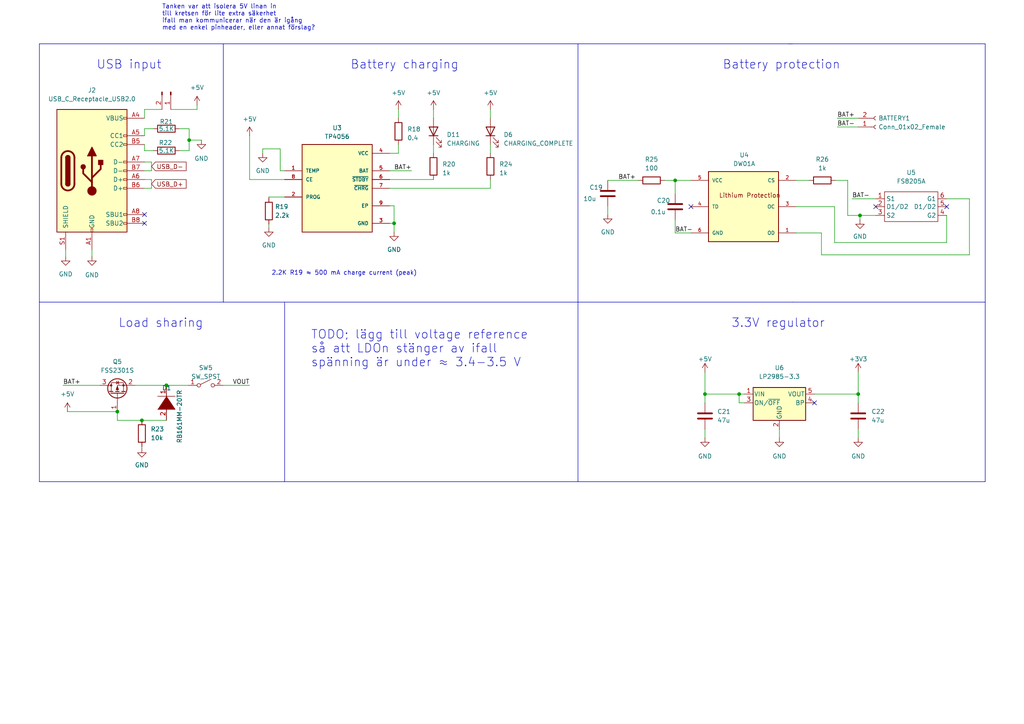
<source format=kicad_sch>
(kicad_sch (version 20230121) (generator eeschema)
  (paper "A4")
  (lib_symbols
    (symbol "Conn_01x02_Female_1" (pin_names (offset 1.016) hide)
      (property "Reference" "BAT1" (at 1.27 0.0001 0))
      (property "Value" "Conn_01x02_Female_1" (at 1.27 -2.5399 0))
      (symbol "Conn_01x02_Female_1_1_1"
        (arc (start 0 -2.032) (mid -0.5058 -2.54) (end 0 -3.048) (stroke (width 0.1524)))
        (polyline (pts (xy -1.27 -2.54) (xy -0.508 -2.54)) (stroke (width 0.1524)))
        (polyline (pts (xy -1.27 0) (xy -0.508 0)) (stroke (width 0.1524)))
        (arc (start 0 0.508) (mid -0.5058 0) (end 0 -0.508) (stroke (width 0.1524)))
        (pin passive line (at -5.08 -2.54 0) (length 3.81) (name "Pin_2") (number "1"))
        (pin passive line (at -5.08 0 0) (length 3.81) (name "Pin_1") (number "2"))
      )
    )
    (symbol "Connector:Conn_01x02_Pin" (pin_names (offset 1.016) hide)
      (property "Reference" "J" (at 0 2.54 0))
      (property "Value" "Conn_01x02_Pin" (at 0 -5.08 0))
      (symbol "Conn_01x02_Pin_1_1"
        (polyline (pts (xy 1.27 -2.54) (xy 0.8636 -2.54)) (stroke (width 0.1524)))
        (polyline (pts (xy 1.27 0) (xy 0.8636 0)) (stroke (width 0.1524)))
        (rectangle (start 0.8636 -2.413) (end 0 -2.667) (stroke (width 0.1524)) (fill (type outline)))
        (rectangle (start 0.8636 0.127) (end 0 -0.127) (stroke (width 0.1524)) (fill (type outline)))
        (pin passive line (at 5.08 0 180) (length 3.81) (name "Pin_1") (number "1"))
        (pin passive line (at 5.08 -2.54 180) (length 3.81) (name "Pin_2") (number "2"))
      )
    )
    (symbol "Connector:USB_C_Receptacle_USB2.0" (pin_names (offset 1.016))
      (property "Reference" "J" (at -10.16 19.05 0))
      (property "Value" "USB_C_Receptacle_USB2.0" (at 19.05 19.05 0))
      (symbol "USB_C_Receptacle_USB2.0_0_0"
        (rectangle (start -0.254 -17.78) (end 0.254 -16.764))
        (rectangle (start 10.16 -14.986) (end 9.144 -15.494))
        (rectangle (start 10.16 -12.446) (end 9.144 -12.954))
        (rectangle (start 10.16 -4.826) (end 9.144 -5.334))
        (rectangle (start 10.16 -2.286) (end 9.144 -2.794))
        (rectangle (start 10.16 0.254) (end 9.144 -0.254))
        (rectangle (start 10.16 2.794) (end 9.144 2.286))
        (rectangle (start 10.16 7.874) (end 9.144 7.366))
        (rectangle (start 10.16 10.414) (end 9.144 9.906))
        (rectangle (start 10.16 15.494) (end 9.144 14.986))
      )
      (symbol "USB_C_Receptacle_USB2.0_0_1"
        (rectangle (start -10.16 17.78) (end 10.16 -17.78) (stroke (width 0.254)) (fill (type background)))
        (arc (start -8.89 -3.81) (mid -6.985 -5.7067) (end -5.08 -3.81) (stroke (width 0.508)))
        (arc (start -7.62 -3.81) (mid -6.985 -4.4423) (end -6.35 -3.81) (stroke (width 0.254)))
        (arc (start -7.62 -3.81) (mid -6.985 -4.4423) (end -6.35 -3.81) (stroke (width 0.254)) (fill (type outline)))
        (rectangle (start -7.62 -3.81) (end -6.35 3.81) (stroke (width 0.254)) (fill (type outline)))
        (arc (start -6.35 3.81) (mid -6.985 4.4423) (end -7.62 3.81) (stroke (width 0.254)))
        (arc (start -6.35 3.81) (mid -6.985 4.4423) (end -7.62 3.81) (stroke (width 0.254)) (fill (type outline)))
        (arc (start -5.08 3.81) (mid -6.985 5.7067) (end -8.89 3.81) (stroke (width 0.508)))
        (circle (center -2.54 1.143) (radius 0.635) (stroke (width 0.254)) (fill (type outline)))
        (circle (center 0 -5.842) (radius 1.27) (fill (type outline)))
        (polyline (pts (xy -8.89 -3.81) (xy -8.89 3.81)) (stroke (width 0.508)))
        (polyline (pts (xy -5.08 3.81) (xy -5.08 -3.81)) (stroke (width 0.508)))
        (polyline (pts (xy 0 -5.842) (xy 0 4.318)) (stroke (width 0.508)))
        (polyline (pts (xy 0 -3.302) (xy -2.54 -0.762) (xy -2.54 0.508)) (stroke (width 0.508)))
        (polyline (pts (xy 0 -2.032) (xy 2.54 0.508) (xy 2.54 1.778)) (stroke (width 0.508)))
        (polyline (pts (xy -1.27 4.318) (xy 0 6.858) (xy 1.27 4.318) (xy -1.27 4.318)) (stroke (width 0.254)) (fill (type outline)))
        (rectangle (start 1.905 1.778) (end 3.175 3.048) (stroke (width 0.254)) (fill (type outline)))
      )
      (symbol "USB_C_Receptacle_USB2.0_1_1"
        (pin passive line (at 0 -22.86 90) (length 5.08) (name "GND") (number "A1"))
        (pin passive line (at 0 -22.86 90) (length 5.08) hide (name "GND") (number "A12"))
        (pin passive line (at 15.24 15.24 180) (length 5.08) (name "VBUS") (number "A4"))
        (pin bidirectional line (at 15.24 10.16 180) (length 5.08) (name "CC1") (number "A5"))
        (pin bidirectional line (at 15.24 -2.54 180) (length 5.08) (name "D+") (number "A6"))
        (pin bidirectional line (at 15.24 2.54 180) (length 5.08) (name "D-") (number "A7"))
        (pin bidirectional line (at 15.24 -12.7 180) (length 5.08) (name "SBU1") (number "A8"))
        (pin passive line (at 15.24 15.24 180) (length 5.08) hide (name "VBUS") (number "A9"))
        (pin passive line (at 0 -22.86 90) (length 5.08) hide (name "GND") (number "B1"))
        (pin passive line (at 0 -22.86 90) (length 5.08) hide (name "GND") (number "B12"))
        (pin passive line (at 15.24 15.24 180) (length 5.08) hide (name "VBUS") (number "B4"))
        (pin bidirectional line (at 15.24 7.62 180) (length 5.08) (name "CC2") (number "B5"))
        (pin bidirectional line (at 15.24 -5.08 180) (length 5.08) (name "D+") (number "B6"))
        (pin bidirectional line (at 15.24 0 180) (length 5.08) (name "D-") (number "B7"))
        (pin bidirectional line (at 15.24 -15.24 180) (length 5.08) (name "SBU2") (number "B8"))
        (pin passive line (at 15.24 15.24 180) (length 5.08) hide (name "VBUS") (number "B9"))
        (pin passive line (at -7.62 -22.86 90) (length 5.08) (name "SHIELD") (number "S1"))
      )
    )
    (symbol "DW01:DW01A" (pin_names (offset 1.016))
      (property "Reference" "IC" (at -5.08 11.43 0))
      (property "Value" "DW01A" (at -5.08 -12.7 0))
      (symbol "DW01A_0_0"
        (rectangle (start -10.16 -10.16) (end 10.16 10.16) (stroke (width 0.254)) (fill (type background)))
        (text "Lithium Protection" (at -7.112 2.54 0) (effects (font (size 1.27 1.27)) (justify left bottom)))
        (pin bidirectional line (at 15.24 -7.62 180) (length 5.08) (name "OD") (number "1"))
        (pin bidirectional line (at 15.24 7.62 180) (length 5.08) (name "CS") (number "2"))
        (pin bidirectional line (at 15.24 0 180) (length 5.08) (name "OC") (number "3"))
        (pin bidirectional line (at -15.24 0 0) (length 5.08) (name "TD") (number "4"))
        (pin power_in line (at -15.24 7.62 0) (length 5.08) (name "VCC") (number "5"))
        (pin power_in line (at -15.24 -7.62 0) (length 5.08) (name "GND") (number "6"))
      )
    )
    (symbol "Device:C" (pin_numbers hide) (pin_names (offset 0.254))
      (property "Reference" "C" (at 0.635 2.54 0))
      (property "Value" "C" (at 0.635 -2.54 0))
      (symbol "C_0_1"
        (polyline (pts (xy -2.032 -0.762) (xy 2.032 -0.762)) (stroke (width 0.508)))
        (polyline (pts (xy -2.032 0.762) (xy 2.032 0.762)) (stroke (width 0.508)))
      )
      (symbol "C_1_1"
        (pin passive line (at 0 3.81 270) (length 2.794) (name "~") (number "1"))
        (pin passive line (at 0 -3.81 90) (length 2.794) (name "~") (number "2"))
      )
    )
    (symbol "Device:LED" (pin_numbers hide) (pin_names (offset 1.016) hide)
      (property "Reference" "D" (at 0 2.54 0))
      (property "Value" "LED" (at 0 -2.54 0))
      (symbol "LED_0_1"
        (polyline (pts (xy -1.27 -1.27) (xy -1.27 1.27)) (stroke (width 0.254)))
        (polyline (pts (xy -1.27 0) (xy 1.27 0)))
        (polyline (pts (xy 1.27 -1.27) (xy 1.27 1.27) (xy -1.27 0) (xy 1.27 -1.27)) (stroke (width 0.254)))
        (polyline (pts (xy -3.048 -0.762) (xy -4.572 -2.286) (xy -3.81 -2.286) (xy -4.572 -2.286) (xy -4.572 -1.524)))
        (polyline (pts (xy -1.778 -0.762) (xy -3.302 -2.286) (xy -2.54 -2.286) (xy -3.302 -2.286) (xy -3.302 -1.524)))
      )
      (symbol "LED_1_1"
        (pin passive line (at -3.81 0 0) (length 2.54) (name "K") (number "1"))
        (pin passive line (at 3.81 0 180) (length 2.54) (name "A") (number "2"))
      )
    )
    (symbol "Device:R" (pin_numbers hide) (pin_names (offset 0))
      (property "Reference" "R" (at 2.032 0 90))
      (property "Value" "R" (at 0 0 90))
      (symbol "R_0_1"
        (rectangle (start -1.016 -2.54) (end 1.016 2.54) (stroke (width 0.254)))
      )
      (symbol "R_1_1"
        (pin passive line (at 0 3.81 270) (length 1.27) (name "~") (number "1"))
        (pin passive line (at 0 -3.81 90) (length 1.27) (name "~") (number "2"))
      )
    )
    (symbol "LCSC:FS8205A"
      (property "Reference" "U" (at 7.366 11.938 0))
      (property "Value" "FS8205A" (at 7.874 0.254 0))
      (symbol "FS8205A_0_1"
        (rectangle (start 0 10.414) (end 15.494 1.778))
      )
      (symbol "FS8205A_1_1"
        (pin input line (at -2.54 8.382 0) (length 2.54) (name "S1") (number "1"))
        (pin input line (at -2.54 6.096 0) (length 2.54) (name "D1/D2") (number "2"))
        (pin input line (at -2.54 3.556 0) (length 2.54) (name "S2") (number "3"))
        (pin input line (at 18.034 3.556 180) (length 2.54) (name "G2") (number "4"))
        (pin input line (at 18.034 6.096 180) (length 2.54) (name "D1/D2") (number "5"))
        (pin input line (at 18.034 8.382 180) (length 2.54) (name "G1") (number "6"))
      )
    )
    (symbol "Regulator_Linear:LP2985-3.3" (pin_names (offset 0.254))
      (property "Reference" "U" (at -6.35 5.715 0))
      (property "Value" "LP2985-3.3" (at 0 5.715 0))
      (symbol "LP2985-3.3_0_1"
        (rectangle (start -7.62 -5.08) (end 7.62 4.445) (stroke (width 0.254)) (fill (type background)))
      )
      (symbol "LP2985-3.3_1_1"
        (pin power_in line (at -10.16 2.54 0) (length 2.54) (name "VIN") (number "1"))
        (pin power_in line (at 0 -7.62 90) (length 2.54) (name "GND") (number "2"))
        (pin input line (at -10.16 0 0) (length 2.54) (name "ON/~{OFF}") (number "3"))
        (pin input line (at 10.16 0 180) (length 2.54) (name "BP") (number "4"))
        (pin power_out line (at 10.16 2.54 180) (length 2.54) (name "VOUT") (number "5"))
      )
    )
    (symbol "Switch:SW_SPST" (pin_names (offset 0) hide)
      (property "Reference" "SW" (at 0 3.175 0))
      (property "Value" "SW_SPST" (at 0 -2.54 0))
      (symbol "SW_SPST_0_0"
        (circle (center -2.032 0) (radius 0.508))
        (polyline (pts (xy -1.524 0.254) (xy 1.524 1.778)))
        (circle (center 2.032 0) (radius 0.508))
      )
      (symbol "SW_SPST_1_1"
        (pin passive line (at -5.08 0 0) (length 2.54) (name "A") (number "1"))
        (pin passive line (at 5.08 0 180) (length 2.54) (name "B") (number "2"))
      )
    )
    (symbol "TP4056:TP4056" (pin_names (offset 1.016))
      (property "Reference" "U" (at -10.16 13.208 0))
      (property "Value" "TP4056" (at -10.16 -15.24 0))
      (symbol "TP4056_0_0"
        (rectangle (start -10.16 -12.7) (end 10.16 12.7) (stroke (width 0.254)) (fill (type background)))
        (pin input line (at -15.24 5.08 0) (length 5.08) (name "TEMP") (number "1"))
        (pin bidirectional line (at -15.24 -2.54 0) (length 5.08) (name "PROG") (number "2"))
        (pin power_in line (at 15.24 -10.16 180) (length 5.08) (name "GND") (number "3"))
        (pin power_in line (at 15.24 10.16 180) (length 5.08) (name "VCC") (number "4"))
        (pin output line (at 15.24 5.08 180) (length 5.08) (name "BAT") (number "5"))
        (pin output line (at 15.24 2.54 180) (length 5.08) (name "~{STDBY}") (number "6"))
        (pin output line (at 15.24 0 180) (length 5.08) (name "~{CHRG}") (number "7"))
        (pin input line (at -15.24 2.54 0) (length 5.08) (name "CE") (number "8"))
        (pin passive line (at 15.24 -5.08 180) (length 5.08) (name "EP") (number "9"))
      )
    )
    (symbol "Transistor_FET:TP0610T" (pin_names hide)
      (property "Reference" "Q" (at 5.08 1.905 0))
      (property "Value" "TP0610T" (at 5.08 0 0))
      (symbol "TP0610T_0_1"
        (polyline (pts (xy 0.254 0) (xy -2.54 0)))
        (polyline (pts (xy 0.254 1.905) (xy 0.254 -1.905)) (stroke (width 0.254)))
        (polyline (pts (xy 0.762 -1.27) (xy 0.762 -2.286)) (stroke (width 0.254)))
        (polyline (pts (xy 0.762 0.508) (xy 0.762 -0.508)) (stroke (width 0.254)))
        (polyline (pts (xy 0.762 2.286) (xy 0.762 1.27)) (stroke (width 0.254)))
        (polyline (pts (xy 2.54 2.54) (xy 2.54 1.778)))
        (polyline (pts (xy 2.54 -2.54) (xy 2.54 0) (xy 0.762 0)))
        (polyline (pts (xy 0.762 1.778) (xy 3.302 1.778) (xy 3.302 -1.778) (xy 0.762 -1.778)))
        (polyline (pts (xy 2.286 0) (xy 1.27 0.381) (xy 1.27 -0.381) (xy 2.286 0)) (fill (type outline)))
        (polyline (pts (xy 2.794 -0.508) (xy 2.921 -0.381) (xy 3.683 -0.381) (xy 3.81 -0.254)))
        (polyline (pts (xy 3.302 -0.381) (xy 2.921 0.254) (xy 3.683 0.254) (xy 3.302 -0.381)))
        (circle (center 1.651 0) (radius 2.794) (stroke (width 0.254)))
        (circle (center 2.54 -1.778) (radius 0.254) (fill (type outline)))
        (circle (center 2.54 1.778) (radius 0.254) (fill (type outline)))
      )
      (symbol "TP0610T_1_1"
        (pin input line (at -5.08 0 0) (length 2.54) (name "G") (number "1"))
        (pin passive line (at 2.54 -5.08 90) (length 2.54) (name "S") (number "2"))
        (pin passive line (at 2.54 5.08 270) (length 2.54) (name "D") (number "3"))
      )
    )
    (symbol "power:+3V3" (power) (pin_names (offset 0))
      (property "Value" "+3V3" (at 0 3.556 0))
      (symbol "+3V3_0_1"
        (polyline (pts (xy -0.762 1.27) (xy 0 2.54)))
        (polyline (pts (xy 0 0) (xy 0 2.54)))
        (polyline (pts (xy 0 2.54) (xy 0.762 1.27)))
      )
      (symbol "+3V3_1_1"
        (pin power_in line (at 0 0 90) (length 0) hide (name "+3V3") (number "1"))
      )
    )
    (symbol "power:+5V" (power) (pin_names (offset 0))
      (property "Value" "+5V" (at 0 3.556 0))
      (symbol "+5V_0_1"
        (polyline (pts (xy -0.762 1.27) (xy 0 2.54)))
        (polyline (pts (xy 0 0) (xy 0 2.54)))
        (polyline (pts (xy 0 2.54) (xy 0.762 1.27)))
      )
      (symbol "+5V_1_1"
        (pin power_in line (at 0 0 90) (length 0) hide (name "+5V") (number "1"))
      )
    )
    (symbol "power:GND" (power) (pin_names (offset 0))
      (property "Value" "GND" (at 0 -3.81 0))
      (symbol "GND_0_1"
        (polyline (pts (xy 0 0) (xy 0 -1.27) (xy 1.27 -1.27) (xy 0 -2.54) (xy -1.27 -1.27) (xy 0 -1.27)))
      )
      (symbol "GND_1_1"
        (pin power_in line (at 0 0 270) (length 0) hide (name "GND") (number "1"))
      )
    )
    (symbol "pspice:DIODE" (pin_names (offset 1.016) hide)
      (property "Reference" "D2" (at 4.318 1.2701 90))
      (property "Value" " RB161MM-20TR" (at 6.858 -5.334 0))
      (symbol "DIODE_0_1"
        (polyline (pts (xy 1.905 2.54) (xy 1.905 -2.54)))
        (polyline (pts (xy -1.905 2.54) (xy -1.905 -2.54) (xy 1.905 0)) (fill (type outline)))
      )
      (symbol "DIODE_1_1"
        (pin input line (at 5.08 0 180) (length 3.81) (name "A") (number "1"))
        (pin input line (at -5.08 0 0) (length 3.81) (name "K") (number "2"))
      )
    )
  )
  (junction (at 114.3 64.77))
  (junction (at 249.428 62.484))
  (junction (at 248.92 114.3))
  (junction (at 34.036 119.38))
  (junction (at 48.26 111.76))
  (junction (at 41.148 121.92))
  (junction (at 195.834 52.324))
  (junction (at 54.864 40.64))
  (junction (at 204.47 114.3))
  (junction (at 214.376 114.3))
  (no_connect (at 41.91 64.77))
  (no_connect (at 236.22 116.84))
  (no_connect (at 254 59.944))
  (no_connect (at 200.406 59.944))
  (no_connect (at 41.91 62.23))
  (no_connect (at 274.574 59.944))
  (polyline (pts (xy 285.75 87.63) (xy 285.75 139.7)))
  (wire (pts (xy 72.39 52.07) (xy 82.55 52.07)))
  (wire (pts (xy 41.91 41.91) (xy 41.91 43.688)))
  (polyline (pts (xy 82.55 139.7) (xy 167.64 139.7)))
  (wire (pts (xy 82.55 57.15) (xy 77.978 57.15)))
  (wire (pts (xy 41.148 121.92) (xy 34.036 121.92)))
  (wire (pts (xy 76.2 44.45) (xy 76.2 43.18)))
  (wire (pts (xy 41.91 31.75) (xy 41.91 34.29)))
  (wire (pts (xy 248.92 107.95) (xy 248.92 114.3)))
  (wire (pts (xy 81.28 49.53) (xy 82.55 49.53)))
  (wire (pts (xy 41.91 37.338) (xy 44.45 37.338)))
  (wire (pts (xy 247.142 57.658) (xy 254 57.658)))
  (wire (pts (xy 195.834 52.324) (xy 195.834 56.134)))
  (wire (pts (xy 57.15 30.48) (xy 57.15 31.75)))
  (wire (pts (xy 248.92 114.3) (xy 248.92 116.84)))
  (wire (pts (xy 242.062 59.944) (xy 242.062 70.358)))
  (wire (pts (xy 204.47 116.84) (xy 204.47 114.3)))
  (wire (pts (xy 274.574 70.358) (xy 274.574 62.484)))
  (wire (pts (xy 41.91 52.07) (xy 43.942 52.07)))
  (wire (pts (xy 113.03 49.53) (xy 119.38 49.53)))
  (wire (pts (xy 34.036 121.92) (xy 34.036 119.38)))
  (wire (pts (xy 242.824 34.29) (xy 248.92 34.29)))
  (wire (pts (xy 230.886 67.564) (xy 238.252 67.564)))
  (wire (pts (xy 248.92 124.46) (xy 248.92 127)))
  (wire (pts (xy 43.942 46.99) (xy 43.942 49.53)))
  (wire (pts (xy 72.39 39.37) (xy 72.39 52.07)))
  (wire (pts (xy 41.148 129.54) (xy 41.148 130.048)))
  (wire (pts (xy 214.376 116.84) (xy 214.376 114.3)))
  (wire (pts (xy 238.252 73.914) (xy 281.178 73.914)))
  (wire (pts (xy 113.03 59.69) (xy 114.3 59.69)))
  (wire (pts (xy 18.288 111.76) (xy 28.956 111.76)))
  (wire (pts (xy 115.57 34.29) (xy 115.57 31.75)))
  (wire (pts (xy 43.942 52.07) (xy 43.942 54.61)))
  (wire (pts (xy 238.252 67.564) (xy 238.252 73.914)))
  (wire (pts (xy 41.91 31.75) (xy 46.99 31.75)))
  (wire (pts (xy 81.28 43.18) (xy 81.28 49.53)))
  (wire (pts (xy 54.864 40.64) (xy 54.864 43.688)))
  (wire (pts (xy 19.558 119.38) (xy 34.036 119.38)))
  (wire (pts (xy 48.26 121.92) (xy 41.148 121.92)))
  (wire (pts (xy 57.15 31.75) (xy 49.53 31.75)))
  (wire (pts (xy 176.276 52.324) (xy 185.166 52.324)))
  (wire (pts (xy 64.77 111.76) (xy 72.39 111.76)))
  (polyline (pts (xy 229.87 12.7) (xy 64.77 12.7)))
  (wire (pts (xy 41.91 46.99) (xy 43.942 46.99)))
  (polyline (pts (xy 229.87 87.63) (xy 285.75 87.63)))
  (wire (pts (xy 19.05 74.422) (xy 19.05 72.39)))
  (wire (pts (xy 115.57 41.91) (xy 115.57 44.45)))
  (polyline (pts (xy 64.77 87.63) (xy 229.87 87.63)))
  (wire (pts (xy 125.73 41.91) (xy 125.73 44.45)))
  (wire (pts (xy 48.26 111.76) (xy 54.61 111.76)))
  (polyline (pts (xy 285.75 139.7) (xy 167.64 139.7)))
  (polyline (pts (xy 11.43 139.7) (xy 82.55 139.7)))
  (wire (pts (xy 115.57 44.45) (xy 113.03 44.45)))
  (wire (pts (xy 245.872 62.484) (xy 249.428 62.484)))
  (wire (pts (xy 125.73 31.75) (xy 125.73 34.29)))
  (wire (pts (xy 192.786 52.324) (xy 195.834 52.324)))
  (polyline (pts (xy 285.75 12.7) (xy 228.6 12.7)))
  (wire (pts (xy 195.834 52.324) (xy 200.406 52.324)))
  (polyline (pts (xy 11.43 12.7) (xy 64.77 12.7)))
  (wire (pts (xy 204.47 124.46) (xy 204.47 127)))
  (polyline (pts (xy 167.64 139.7) (xy 167.64 87.63)))
  (wire (pts (xy 52.07 37.338) (xy 54.864 37.338)))
  (wire (pts (xy 58.42 40.64) (xy 54.864 40.64)))
  (wire (pts (xy 230.886 52.324) (xy 234.696 52.324)))
  (wire (pts (xy 113.03 64.77) (xy 114.3 64.77)))
  (wire (pts (xy 242.062 70.358) (xy 274.574 70.358)))
  (wire (pts (xy 113.03 54.61) (xy 142.24 54.61)))
  (wire (pts (xy 249.428 63.754) (xy 249.428 62.484)))
  (polyline (pts (xy 64.77 12.7) (xy 64.77 87.63)))
  (wire (pts (xy 41.91 39.37) (xy 41.91 37.338)))
  (wire (pts (xy 242.824 36.83) (xy 248.92 36.83)))
  (wire (pts (xy 39.116 111.76) (xy 48.26 111.76)))
  (wire (pts (xy 281.178 73.914) (xy 281.178 57.658)))
  (wire (pts (xy 41.91 49.53) (xy 43.942 49.53)))
  (wire (pts (xy 226.06 127) (xy 226.06 124.46)))
  (wire (pts (xy 214.376 114.3) (xy 215.9 114.3)))
  (wire (pts (xy 125.73 52.07) (xy 113.03 52.07)))
  (wire (pts (xy 26.67 72.39) (xy 26.67 74.422)))
  (wire (pts (xy 230.886 59.944) (xy 242.062 59.944)))
  (wire (pts (xy 242.316 52.324) (xy 245.872 52.324)))
  (polyline (pts (xy 285.75 87.63) (xy 285.75 12.7)))
  (polyline (pts (xy 11.43 12.7) (xy 11.43 87.63)))
  (wire (pts (xy 245.872 52.324) (xy 245.872 62.484)))
  (wire (pts (xy 142.24 41.91) (xy 142.24 44.45)))
  (wire (pts (xy 195.834 63.754) (xy 195.834 67.564)))
  (polyline (pts (xy 64.77 87.63) (xy 11.43 87.63)))
  (wire (pts (xy 77.978 57.15) (xy 77.978 57.404)))
  (polyline (pts (xy 11.43 87.63) (xy 11.43 139.7)))
  (wire (pts (xy 114.3 64.77) (xy 114.3 67.31)))
  (wire (pts (xy 249.428 62.484) (xy 254 62.484)))
  (wire (pts (xy 281.178 57.658) (xy 274.574 57.658)))
  (wire (pts (xy 204.47 114.3) (xy 214.376 114.3)))
  (wire (pts (xy 195.834 67.564) (xy 200.406 67.564)))
  (wire (pts (xy 215.9 116.84) (xy 214.376 116.84)))
  (wire (pts (xy 76.2 43.18) (xy 81.28 43.18)))
  (wire (pts (xy 236.22 114.3) (xy 248.92 114.3)))
  (wire (pts (xy 77.978 66.04) (xy 77.978 65.024)))
  (wire (pts (xy 204.47 107.95) (xy 204.47 114.3)))
  (wire (pts (xy 54.864 37.338) (xy 54.864 40.64)))
  (wire (pts (xy 114.3 59.69) (xy 114.3 64.77)))
  (polyline (pts (xy 82.55 139.7) (xy 82.55 87.63)))
  (wire (pts (xy 176.276 62.23) (xy 176.276 59.944)))
  (wire (pts (xy 142.24 54.61) (xy 142.24 52.07)))
  (wire (pts (xy 41.91 43.688) (xy 44.45 43.688)))
  (wire (pts (xy 52.07 43.688) (xy 54.864 43.688)))
  (wire (pts (xy 142.24 31.75) (xy 142.24 34.29)))
  (wire (pts (xy 41.91 54.61) (xy 43.942 54.61)))
  (polyline (pts (xy 167.64 87.63) (xy 167.64 12.7)))
  (text "2.2K R19 ≈ 500 mA charge current (peak)" (at 78.74 80.01 0) (effects (font (size 1.27 1.27)) (justify left bottom)))
  (text "Tanken var att isolera 5V linan in \ntill kretsen för lite extra säkerhet \nifall man kommunicerar när den är igång\nmed en enkel pinheader, eller annat förslag?\n" (at 46.99 8.89 0) (effects (font (size 1.27 1.27)) (justify left bottom)))
  (text "Battery charging \n" (at 101.6 20.32 0) (effects (font (size 2.5 2.5)) (justify left bottom)))
  (text "TODO; lägg till voltage reference \nså att LDOn stänger av ifall \nspänning är under ≈ 3.4-3.5 V " (at 90.17 106.68 0) (effects (font (size 2.5 2.5)) (justify left bottom)))
  (text "Battery protection\n" (at 209.55 20.32 0) (effects (font (size 2.5 2.5)) (justify left bottom)))
  (text "USB input\n" (at 27.94 20.32 0) (effects (font (size 2.5 2.5)) (justify left bottom)))
  (text "3.3V regulator\n" (at 212.09 95.25 0) (effects (font (size 2.5 2.5)) (justify left bottom)))
  (text "Load sharing" (at 34.29 95.25 0) (effects (font (size 2.5 2.5)) (justify left bottom)))
  (label "BAT+" (at 18.288 111.76 0))
  (label "BAT-" (at 195.834 67.564 0))
  (label "BAT+" (at 242.824 34.29 0))
  (label "BAT-" (at 247.142 57.658 0))
  (label "BAT+" (at 179.324 52.324 0))
  (label "BAT+" (at 119.38 49.53 180))
  (label "VOUT" (at 72.39 111.76 180))
  (label "BAT-" (at 242.824 36.83 0))
  (global_label "USB_D-" (shape input) (at 43.942 48.26 0) (property "Intersheetrefs" "${INTERSHEET_REFS}" (effects hide)))
  (global_label "USB_D+" (shape input) (at 43.942 53.34 0) (property "Intersheetrefs" "${INTERSHEET_REFS}" (effects hide)))
  (symbol (lib_id "power:GND") (at 76.2 44.45 0) (unit 1)
    (property "Reference" "#PWR063" (effects hide))
    (property "Value" "GND" (at 76.2 49.53 0))
    (instances (project "picoemp_kicad" (path "" (reference "#PWR063") (unit 1))) (project "Temperature probe rp2040" (path "" (reference "#PWR059") (unit 1))))
  )
  (symbol (lib_id "power:GND") (at 58.42 40.64 0) (unit 1)
    (property "Reference" "#PWR050" (effects hide))
    (property "Value" "GND" (at 58.42 45.974 0))
    (instances (project "picoemp_kicad" (path "" (reference "#PWR050") (unit 1))) (project "Temperature probe rp2040" (path "" (reference "#PWR019") (unit 1))))
  )
  (symbol (lib_id "power:GND") (at 226.06 127 0) (unit 1)
    (property "Reference" "#PWR053" (effects hide))
    (property "Value" "GND" (at 226.06 132.334 0))
    (instances (project "picoemp_kicad" (path "" (reference "#PWR053") (unit 1))) (project "Temperature probe rp2040" (path "" (reference "#PWR038") (unit 1))))
  )
  (symbol (lib_id "power:+5V") (at 125.73 31.75 0) (unit 1)
    (property "Reference" "#PWR040" (effects hide))
    (property "Value" "+5V" (at 125.73 26.924 0))
    (instances (project "picoemp_kicad" (path "" (reference "#PWR040") (unit 1))) (project "Temperature probe rp2040" (path "" (reference "#PWR063") (unit 1))))
  )
  (symbol (lib_id "power:GND") (at 77.978 66.04 0) (unit 1)
    (property "Reference" "#PWR042" (effects hide))
    (property "Value" "GND" (at 77.978 71.12 0))
    (instances (project "picoemp_kicad" (path "" (reference "#PWR042") (unit 1))) (project "Temperature probe rp2040" (path "" (reference "#PWR059") (unit 1))))
  )
  (symbol (lib_id "power:+5V") (at 72.39 39.37 0) (unit 1)
    (property "Reference" "#PWR041" (effects hide))
    (property "Value" "+5V" (at 72.39 34.544 0))
    (instances (project "picoemp_kicad" (path "" (reference "#PWR041") (unit 1))) (project "Temperature probe rp2040" (path "" (reference "#PWR057") (unit 1))))
  )
  (symbol (lib_id "power:+5V") (at 115.57 31.75 0) (unit 1)
    (property "Reference" "#PWR061" (effects hide))
    (property "Value" "+5V" (at 115.57 26.924 0))
    (instances (project "picoemp_kicad" (path "" (reference "#PWR061") (unit 1))) (project "Temperature probe rp2040" (path "" (reference "#PWR063") (unit 1))))
  )
  (symbol (lib_id "power:GND") (at 176.276 62.23 0) (unit 1)
    (property "Reference" "#PWR064" (effects hide))
    (property "Value" "GND" (at 176.276 67.31 0))
    (instances (project "picoemp_kicad" (path "" (reference "#PWR064") (unit 1))) (project "Temperature probe rp2040" (path "" (reference "#PWR071") (unit 1))))
  )
  (symbol (lib_id "DW01:DW01A") (at 215.646 59.944 0) (unit 1)
    (property "Reference" "U4" (at 215.8554 44.958 0))
    (property "Value" "DW01A" (at 215.8554 47.498 0))
    (property "Footprint" "SOT23-6" (effects hide))
    (property "LCSC" "C351410" (effects hide))
    (property "VALUE" "DW01A" (effects hide))
    (property "MPN" "DW01A" (effects hide))
    (instances (project "picoemp_kicad" (path "" (reference "U4") (unit 1))) (project "Temperature probe rp2040" (path "" (reference "U5") (unit 1))))
  )
  (symbol (lib_name "Conn_01x02_Female_1") (lib_id "Connector:Conn_01x02_Female") (at 254 34.29 0) (unit 1)
    (property "Reference" "BATTERY1" (at 254.762 34.2899 0) (effects (justify left)))
    (property "Value" "Conn_01x02_Female" (at 254.762 36.8299 0) (effects (justify left)))
    (property "Footprint" "Connector_JST:JST_PH_S2B-PH-K_1x02_P2.00mm_Horizontal" (effects hide))
  )
  (symbol (lib_id "power:GND") (at 26.67 74.422 0) (unit 1)
    (property "Reference" "#PWR049" (effects hide))
    (property "Value" "GND" (at 26.67 79.756 0))
    (instances (project "picoemp_kicad" (path "" (reference "#PWR049") (unit 1))) (project "Temperature probe rp2040" (path "" (reference "#PWR010") (unit 1))))
  )
  (symbol (lib_id "power:GND") (at 41.148 130.048 0) (unit 1)
    (property "Reference" "#PWR057" (effects hide))
    (property "Value" "GND" (at 41.148 134.874 0))
    (instances (project "picoemp_kicad" (path "" (reference "#PWR057") (unit 1))) (project "Temperature probe rp2040" (path "" (reference "#PWR014") (unit 1))))
  )
  (symbol (lib_id "power:+5V") (at 142.24 31.75 0) (unit 1)
    (property "Reference" "#PWR062" (effects hide))
    (property "Value" "+5V" (at 142.24 26.924 0))
    (instances (project "picoemp_kicad" (path "" (reference "#PWR062") (unit 1))) (project "Temperature probe rp2040" (path "" (reference "#PWR063") (unit 1))))
  )
  (symbol (lib_id "Connector:USB_C_Receptacle_USB2.0") (at 26.67 49.53 0) (unit 1)
    (property "Reference" "J2" (at 26.67 26.162 0))
    (property "Value" "USB_C_Receptacle_USB2.0" (at 26.67 28.702 0))
    (property "Footprint" "Connector_USB:USB_C_Receptacle_HRO_TYPE-C-31-M-12" (effects hide))
    (property "Datasheet" "https://www.usb.org/sites/default/files/documents/usb_type-c.zip" (effects hide))
    (property "JLCPCB Part #" "C709357" (effects hide))
    (instances (project "picoemp_kicad" (path "" (reference "J2") (unit 1))) (project "Temperature probe rp2040" (path "" (reference "J1") (unit 1))))
  )
  (symbol (lib_id "power:+5V") (at 57.15 30.48 0) (unit 1)
    (property "Reference" "#PWR051" (effects hide))
    (property "Value" "+5V" (at 57.15 25.4 0))
    (instances (project "picoemp_kicad" (path "" (reference "#PWR051") (unit 1))) (project "Temperature probe rp2040" (path "" (reference "#PWR022") (unit 1))))
  )
  (symbol (lib_id "Device:R") (at 125.73 48.26 180) (unit 1)
    (property "Reference" "R20" (at 128.27 47.625 0) (effects (justify right)))
    (property "Value" "1k" (at 128.27 50.165 0) (effects (justify right)))
    (property "Footprint" "Resistor_SMD:R_0603_1608Metric" (effects hide))
    (instances (project "picoemp_kicad" (path "" (reference "R20") (unit 1))) (project "Temperature probe rp2040" (path "" (reference "R19") (unit 1))))
  )
  (symbol (lib_id "pspice:DIODE") (at 48.26 116.84 90) (unit 1)
    (property "Reference" "D1" (at 46.9899 112.522 90) (effects (justify right)))
    (property "Value" " RB161MM-20TR" (at 52.07 113.03 0) (effects (justify right)))
    (property "Footprint" "Diode_SMD:D_SOD-123F" (effects hide))
    (instances (project "picoemp_kicad" (path "" (reference "D1") (unit 1))) (project "Temperature probe rp2040" (path "" (reference "D2") (unit 1))))
  )
  (symbol (lib_id "Device:R") (at 77.978 61.214 0) (unit 1)
    (property "Reference" "R19" (at 79.756 59.9439 0) (effects (justify left)))
    (property "Value" "2.2k" (at 79.756 62.4839 0) (effects (justify left)))
    (property "Footprint" "Resistor_SMD:R_0603_1608Metric" (effects hide))
    (instances (project "picoemp_kicad" (path "" (reference "R19") (unit 1))) (project "Temperature probe rp2040" (path "" (reference "R4") (unit 1))))
  )
  (symbol (lib_id "Device:C") (at 195.834 59.944 0) (unit 1)
    (property "Reference" "C20" (at 190.5 58.166 0) (effects (justify left)))
    (property "Value" "0.1u" (at 188.722 61.468 0) (effects (justify left)))
    (property "Footprint" "Capacitor_SMD:C_0603_1608Metric" (effects hide))
    (instances (project "picoemp_kicad" (path "" (reference "C20") (unit 1))) (project "Temperature probe rp2040" (path "" (reference "C4") (unit 1))))
  )
  (symbol (lib_id "Device:R") (at 48.26 37.338 90) (unit 1)
    (property "Reference" "R21" (at 48.26 35.306 90))
    (property "Value" "5.1K" (at 48.26 37.338 90))
    (property "Footprint" "Resistor_SMD:R_0603_1608Metric" (effects hide))
    (property "JLCPCB Part #" "C23186" (effects hide))
    (instances (project "picoemp_kicad" (path "" (reference "R21") (unit 1))) (project "Temperature probe rp2040" (path "" (reference "R1") (unit 1))))
  )
  (symbol (lib_id "power:GND") (at 248.92 127 0) (unit 1)
    (property "Reference" "#PWR055" (effects hide))
    (property "Value" "GND" (at 248.92 132.334 0))
    (instances (project "picoemp_kicad" (path "" (reference "#PWR055") (unit 1))) (project "Temperature probe rp2040" (path "" (reference "#PWR041") (unit 1))))
  )
  (symbol (lib_id "power:+5V") (at 204.47 107.95 0) (unit 1)
    (property "Reference" "#PWR043" (effects hide))
    (property "Value" "+5V" (at 204.47 104.14 0))
    (instances (project "picoemp_kicad" (path "" (reference "#PWR043") (unit 1))) (project "Temperature probe rp2040" (path "" (reference "#PWR022") (unit 1))))
  )
  (symbol (lib_id "Connector:Conn_01x02_Pin") (at 49.53 26.67 270) (unit 1)
    (property "Reference" "J4" (effects hide))
    (property "Value" "Conn_01x02_Pin" (effects hide))
    (property "Footprint" "Connector_PinHeader_2.54mm:PinHeader_1x02_P2.54mm_Vertical" (effects hide))
  )
  (symbol (lib_id "power:GND") (at 19.05 74.422 0) (unit 1)
    (property "Reference" "#PWR048" (effects hide))
    (property "Value" "GND" (at 19.05 79.502 0))
    (instances (project "picoemp_kicad" (path "" (reference "#PWR048") (unit 1))) (project "Temperature probe rp2040" (path "" (reference "#PWR03") (unit 1))))
  )
  (symbol (lib_id "TP4056:TP4056") (at 97.79 54.61 0) (unit 1)
    (property "Reference" "U3" (at 97.79 37.084 0))
    (property "Value" "TP4056" (at 97.79 39.624 0))
    (property "Footprint" "LCSC:SOP127P600X175-9N" (effects hide))
    (property "STANDARD" "IPC 7351B" (effects hide))
    (property "MAXIMUM_PACKAGE_HEIGHT" "1.75mm" (effects hide))
    (property "MANUFACTURER" "NanJing Top Power ASIC Corp." (effects hide))
    (instances (project "picoemp_kicad" (path "" (reference "U3") (unit 1))) (project "Temperature probe rp2040" (path "" (reference "U4") (unit 1))))
  )
  (symbol (lib_id "Device:C") (at 248.92 120.65 0) (unit 1)
    (property "Reference" "C22" (at 252.73 119.3799 0) (effects (justify left)))
    (property "Value" "47u" (at 252.73 121.9199 0) (effects (justify left)))
    (property "Footprint" "Capacitor_SMD:C_0805_2012Metric" (effects hide))
    (instances (project "picoemp_kicad" (path "" (reference "C22") (unit 1))) (project "Temperature probe rp2040" (path "" (reference "C6") (unit 1))))
  )
  (symbol (lib_id "Device:R") (at 115.57 38.1 180) (unit 1)
    (property "Reference" "R18" (at 118.11 37.465 0) (effects (justify right)))
    (property "Value" "0.4" (at 118.11 40.005 0) (effects (justify right)))
    (property "Footprint" "Resistor_SMD:R_1206_3216Metric" (effects hide))
    (instances (project "picoemp_kicad" (path "" (reference "R18") (unit 1))) (project "Fume Extractor" (path "" (reference "R6") (unit 1))))
  )
  (symbol (lib_id "Device:R") (at 238.506 52.324 90) (unit 1)
    (property "Reference" "R26" (at 238.506 46.228 90))
    (property "Value" "1k" (at 238.506 48.768 90))
    (property "Footprint" "Resistor_SMD:R_0603_1608Metric" (effects hide))
    (instances (project "picoemp_kicad" (path "" (reference "R26") (unit 1))) (project "Temperature probe rp2040" (path "" (reference "R6") (unit 1))))
  )
  (symbol (lib_id "Transistor_FET:TP0610T") (at 34.036 114.3 90) (unit 1)
    (property "Reference" "Q5" (at 34.036 104.902 90))
    (property "Value" "FSS2301S" (at 34.036 107.442 90))
    (property "Footprint" "Package_TO_SOT_SMD:SOT-23" (effects hide))
    (property "Datasheet" "https://lcsc.com/product-detail/MOSFETs_FOSAN-FSS2301S-A1SHB_C2926138.html" (effects hide))
    (instances (project "picoemp_kicad" (path "" (reference "Q5") (unit 1))) (project "Temperature probe rp2040" (path "" (reference "Q1") (unit 1))))
  )
  (symbol (lib_id "Device:R") (at 41.148 125.73 0) (unit 1)
    (property "Reference" "R23" (at 43.688 124.4599 0) (effects (justify left)))
    (property "Value" "10k" (at 43.688 126.9999 0) (effects (justify left)))
    (property "Footprint" "Resistor_SMD:R_0603_1608Metric" (effects hide))
    (instances (project "picoemp_kicad" (path "" (reference "R23") (unit 1))) (project "Temperature probe rp2040" (path "" (reference "R7") (unit 1))))
  )
  (symbol (lib_id "Device:C") (at 204.47 120.65 0) (unit 1)
    (property "Reference" "C21" (at 208.026 119.3799 0) (effects (justify left)))
    (property "Value" "47u" (at 208.026 121.9199 0) (effects (justify left)))
    (property "Footprint" "Capacitor_SMD:C_0805_2012Metric" (effects hide))
    (instances (project "picoemp_kicad" (path "" (reference "C21") (unit 1))) (project "Temperature probe rp2040" (path "" (reference "C5") (unit 1))))
  )
  (symbol (lib_id "power:+5V") (at 19.558 119.38 0) (unit 1)
    (property "Reference" "#PWR056" (effects hide))
    (property "Value" "+5V" (at 19.558 114.3 0))
    (instances (project "picoemp_kicad" (path "" (reference "#PWR056") (unit 1))) (project "Temperature probe rp2040" (path "" (reference "#PWR04") (unit 1))))
  )
  (symbol (lib_id "power:GND") (at 204.47 127 0) (unit 1)
    (property "Reference" "#PWR052" (effects hide))
    (property "Value" "GND" (at 204.47 132.334 0))
    (instances (project "picoemp_kicad" (path "" (reference "#PWR052") (unit 1))) (project "Temperature probe rp2040" (path "" (reference "#PWR027") (unit 1))))
  )
  (symbol (lib_id "power:GND") (at 114.3 67.31 0) (unit 1)
    (property "Reference" "#PWR060" (effects hide))
    (property "Value" "GND" (at 114.3 72.39 0))
  )
  (symbol (lib_id "Device:LED") (at 142.24 38.1 90) (unit 1)
    (property "Reference" "D6" (at 146.05 39.0525 90) (effects (justify right)))
    (property "Value" "CHARGING_COMPLETE" (at 146.05 41.5925 90) (effects (justify right)))
    (property "Footprint" "LED_SMD:LED_0603_1608Metric" (effects hide))
  )
  (symbol (lib_id "power:+3V3") (at 248.92 107.95 0) (unit 1)
    (property "Reference" "#PWR058" (effects hide))
    (property "Value" "+3V3" (at 248.92 104.14 0))
  )
  (symbol (lib_id "Device:R") (at 48.26 43.688 90) (unit 1)
    (property "Reference" "R22" (at 48.006 41.402 90))
    (property "Value" "5.1K" (at 48.26 43.688 90))
    (property "Footprint" "Resistor_SMD:R_0603_1608Metric" (effects hide))
    (instances (project "picoemp_kicad" (path "" (reference "R22") (unit 1))) (project "Temperature probe rp2040" (path "" (reference "R2") (unit 1))))
  )
  (symbol (lib_id "power:GND") (at 249.428 63.754 0) (unit 1)
    (property "Reference" "#PWR065" (effects hide))
    (property "Value" "GND" (at 249.428 68.58 0))
    (instances (project "picoemp_kicad" (path "" (reference "#PWR065") (unit 1))) (project "Temperature probe rp2040" (path "" (reference "#PWR075") (unit 1))))
  )
  (symbol (lib_id "Device:R") (at 142.24 48.26 180) (unit 1)
    (property "Reference" "R24" (at 144.78 47.625 0) (effects (justify right)))
    (property "Value" "1k" (at 144.78 50.165 0) (effects (justify right)))
    (property "Footprint" "Resistor_SMD:R_0603_1608Metric" (effects hide))
    (instances (project "picoemp_kicad" (path "" (reference "R24") (unit 1))) (project "Temperature probe rp2040" (path "" (reference "R20") (unit 1))))
  )
  (symbol (lib_id "Device:LED") (at 125.73 38.1 90) (unit 1)
    (property "Reference" "D11" (at 129.54 39.0525 90) (effects (justify right)))
    (property "Value" "CHARGING" (at 129.54 41.5925 90) (effects (justify right)))
    (property "Footprint" "LED_SMD:LED_0603_1608Metric" (effects hide))
  )
  (symbol (lib_id "Regulator_Linear:LP2985-3.3") (at 226.06 116.84 0) (unit 1)
    (property "Reference" "U6" (at 226.06 106.68 0))
    (property "Value" "LP2985-3.3" (at 226.06 109.22 0))
    (property "Footprint" "Package_TO_SOT_SMD:SOT-23-5" (effects hide))
    (property "Datasheet" "http://www.ti.com/lit/ds/symlink/lp2985.pdf" (effects hide))
    (instances (project "picoemp_kicad" (path "" (reference "U6") (unit 1))) (project "Temperature probe rp2040" (path "" (reference "U7") (unit 1))))
  )
  (symbol (lib_id "LCSC:FS8205A") (at 256.54 66.04 0) (unit 1)
    (property "Reference" "U5" (at 264.287 50.038 0))
    (property "Value" "FS8205A" (at 264.287 52.578 0))
    (property "Footprint" "Package_TO_SOT_SMD:SOT-23-6" (effects hide))
    (instances (project "picoemp_kicad" (path "" (reference "U5") (unit 1))) (project "Temperature probe rp2040" (path "" (reference "U6") (unit 1))))
  )
  (symbol (lib_id "Switch:SW_SPST") (at 59.69 111.76 0) (unit 1)
    (property "Reference" "SW5" (at 59.69 106.68 0))
    (property "Value" "SW_SPST" (at 59.69 109.22 0))
  )
  (symbol (lib_id "Device:R") (at 188.976 52.324 90) (unit 1)
    (property "Reference" "R25" (at 188.976 46.228 90))
    (property "Value" "100" (at 188.976 48.768 90))
    (property "Footprint" "Resistor_SMD:R_0603_1608Metric" (effects hide))
    (instances (project "picoemp_kicad" (path "" (reference "R25") (unit 1))) (project "Temperature probe rp2040" (path "" (reference "R5") (unit 1))))
  )
  (symbol (lib_id "Device:C") (at 176.276 56.134 0) (unit 1)
    (property "Reference" "C19" (at 170.942 54.356 0) (effects (justify left)))
    (property "Value" "10u" (at 169.164 57.658 0) (effects (justify left)))
    (property "Footprint" "Capacitor_SMD:C_0603_1608Metric" (effects hide))
    (instances (project "picoemp_kicad" (path "" (reference "C19") (unit 1))) (project "Temperature probe rp2040" (path "" (reference "C3") (unit 1))))
  )
)
</source>
